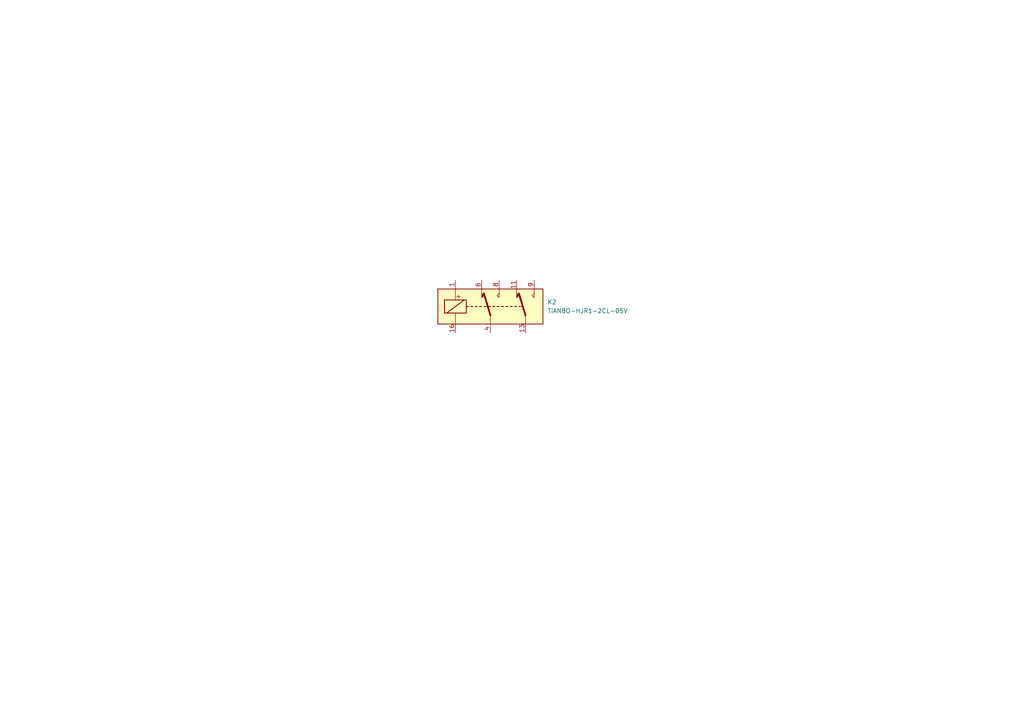
<source format=kicad_sch>
(kicad_sch (version 20231120) (generator "eeschema") (generator_version "8.0")
  (paper "A4")
  (lib_symbols
    (symbol "My_Library:TIANBO-HJR1-2CL-05V"
      (property "Reference" "K" (at 15.24 8.89 0))
      (property "Value" "TIANBO-HJR1-2CL-05V" (at 28.194 3.302 0))
      (symbol "TIANBO-HJR1-2CL-05V_1_1"
        (rectangle (start -15.24 5.08) (end 15.24 -5.08) (stroke (width 0.254)) (fill (type background)))
        (rectangle (start -13.335 1.905) (end -6.985 -1.905) (stroke (width 0.254)))
        (polyline (pts (xy -12.7 -1.905) (xy -7.62 1.905)) (stroke (width 0.254)))
        (polyline (pts (xy -10.16 -5.08) (xy -10.16 -1.905)))
        (polyline (pts (xy -10.16 5.08) (xy -10.16 1.905)))
        (polyline (pts (xy -6.985 0) (xy -6.35 0)) (stroke (width 0.254)))
        (polyline (pts (xy -5.715 0) (xy -5.08 0)) (stroke (width 0.254)))
        (polyline (pts (xy -4.445 0) (xy -3.81 0)) (stroke (width 0.254)))
        (polyline (pts (xy -3.175 0) (xy -2.54 0)) (stroke (width 0.254)))
        (polyline (pts (xy -1.905 0) (xy -1.27 0)) (stroke (width 0.254)))
        (polyline (pts (xy -0.635 0) (xy 0 0)) (stroke (width 0.254)))
        (polyline (pts (xy 0 -2.54) (xy -1.905 3.81)) (stroke (width 0.508)))
        (polyline (pts (xy 0 -2.54) (xy 0 -5.08)))
        (polyline (pts (xy 0.635 0) (xy 1.27 0)) (stroke (width 0.254)))
        (polyline (pts (xy 1.905 0) (xy 2.54 0)) (stroke (width 0.254)))
        (polyline (pts (xy 3.175 0) (xy 3.81 0)) (stroke (width 0.254)))
        (polyline (pts (xy 4.445 0) (xy 5.08 0)) (stroke (width 0.254)))
        (polyline (pts (xy 5.715 0) (xy 6.35 0)) (stroke (width 0.254)))
        (polyline (pts (xy 6.985 0) (xy 7.62 0)) (stroke (width 0.254)))
        (polyline (pts (xy 8.255 0) (xy 8.89 0)) (stroke (width 0.254)))
        (polyline (pts (xy 10.16 -2.54) (xy 8.255 3.81)) (stroke (width 0.508)))
        (polyline (pts (xy 10.16 -2.54) (xy 10.16 -5.08)))
        (polyline (pts (xy -2.54 5.08) (xy -2.54 2.54) (xy -1.905 3.175) (xy -2.54 3.81)) (fill (type outline)))
        (polyline (pts (xy 2.54 5.08) (xy 2.54 2.54) (xy 1.905 3.175) (xy 2.54 3.81)))
        (polyline (pts (xy 7.62 5.08) (xy 7.62 2.54) (xy 8.255 3.175) (xy 7.62 3.81)) (fill (type outline)))
        (polyline (pts (xy 12.7 5.08) (xy 12.7 2.54) (xy 12.065 3.175) (xy 12.7 3.81)))
        (text "+" (at -9.271 2.921 0) (effects (font (size 1.27 1.27))))
        (pin passive line (at -10.16 7.62 270) (length 2.54) (name "~") (number "1"))
        (pin passive line (at 7.62 7.62 270) (length 2.54) (name "~") (number "11"))
        (pin passive line (at 10.16 -7.62 90) (length 2.54) (name "~") (number "13"))
        (pin passive line (at -10.16 -7.62 90) (length 2.54) (name "~") (number "16"))
        (pin passive line (at 0 -7.62 90) (length 2.54) (name "~") (number "4"))
        (pin passive line (at -2.54 7.62 270) (length 2.54) (name "~") (number "6"))
        (pin passive line (at 2.54 7.62 270) (length 2.54) (name "~") (number "8"))
        (pin passive line (at 12.7 7.62 270) (length 2.54) (name "~") (number "9"))
      )
    )
  )
  (symbol (lib_id "My_Library:TIANBO-HJR1-2CL-05V") (at 142.24 88.9 0) (unit 1)
    (property "Reference" "K2" (at 158.75 87.6299 0) (effects (justify left)))
    (property "Value" "TIANBO-HJR1-2CL-05V" (at 158.75 90.1699 0) (effects (justify left)))
    (property "Footprint" "My-Library:TIANBO-HJR1-2CL-05V-footer" (effects (hide yes)))
    (property "Datasheet" "https://content.kemet.com/datasheets/KEM_R7002_EC2_EE2.pdf" (effects (hide yes)))
    (property "Description" "General purpose signal relay, Kemet EC2 Series, DPDT (2 Form C), non-latching, through hole, 60W/125VA, 220VDC/250VAC, 2A, 3V DC coil" (effects (hide yes)))
  )
)
</source>
